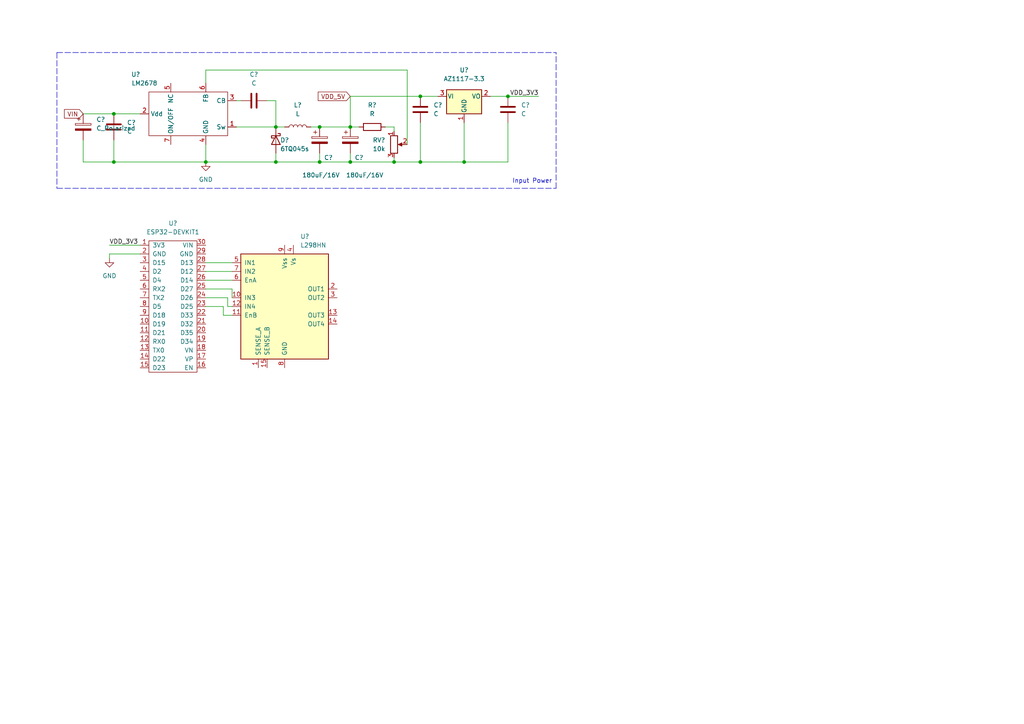
<source format=kicad_sch>
(kicad_sch (version 20211123) (generator eeschema)
  (paper "A4")
  (lib_symbols
    (symbol "CustomLib:ESP32-DEVKIT1" (pin_names (offset 1.016))
      (property "Reference" "U" (at 0 16.51 0))
      (property "Value" "ESP32-DEVKIT1" (at 1.27 -26.67 0))
      (symbol "ESP32-DEVKIT1_0_1"
        (rectangle (start -6.35 13.97) (end 7.62 -24.13))
      )
      (symbol "ESP32-DEVKIT1_1_1"
        (pin output line (at -8.89 12.7 0) (length 2.54) (name "3V3") (number "1"))
        (pin input line (at -8.89 -10.16 0) (length 2.54) (name "D19") (number "10"))
        (pin input line (at -8.89 -12.7 0) (length 2.54) (name "D21") (number "11"))
        (pin input line (at -8.89 -15.24 0) (length 2.54) (name "RX0") (number "12"))
        (pin input line (at -8.89 -17.78 0) (length 2.54) (name "TX0") (number "13"))
        (pin input line (at -8.89 -20.32 0) (length 2.54) (name "D22") (number "14"))
        (pin input line (at -8.89 -22.86 0) (length 2.54) (name "D23") (number "15"))
        (pin input line (at 10.16 -22.86 180) (length 2.54) (name "EN") (number "16"))
        (pin input line (at 10.16 -20.32 180) (length 2.54) (name "VP") (number "17"))
        (pin input line (at 10.16 -17.78 180) (length 2.54) (name "VN") (number "18"))
        (pin input line (at 10.16 -15.24 180) (length 2.54) (name "D34") (number "19"))
        (pin input line (at -8.89 10.16 0) (length 2.54) (name "GND") (number "2"))
        (pin input line (at 10.16 -12.7 180) (length 2.54) (name "D35") (number "20"))
        (pin input line (at 10.16 -10.16 180) (length 2.54) (name "D32") (number "21"))
        (pin input line (at 10.16 -7.62 180) (length 2.54) (name "D33") (number "22"))
        (pin input line (at 10.16 -5.08 180) (length 2.54) (name "D25") (number "23"))
        (pin input line (at 10.16 -2.54 180) (length 2.54) (name "D26") (number "24"))
        (pin input line (at 10.16 0 180) (length 2.54) (name "D27") (number "25"))
        (pin input line (at 10.16 2.54 180) (length 2.54) (name "D14") (number "26"))
        (pin input line (at 10.16 5.08 180) (length 2.54) (name "D12") (number "27"))
        (pin input line (at 10.16 7.62 180) (length 2.54) (name "D13") (number "28"))
        (pin input line (at 10.16 10.16 180) (length 2.54) (name "GND") (number "29"))
        (pin input line (at -8.89 7.62 0) (length 2.54) (name "D15") (number "3"))
        (pin input line (at 10.16 12.7 180) (length 2.54) (name "VIN") (number "30"))
        (pin input line (at -8.89 5.08 0) (length 2.54) (name "D2") (number "4"))
        (pin input line (at -8.89 2.54 0) (length 2.54) (name "D4") (number "5"))
        (pin input line (at -8.89 0 0) (length 2.54) (name "RX2") (number "6"))
        (pin input line (at -8.89 -2.54 0) (length 2.54) (name "TX2") (number "7"))
        (pin input line (at -8.89 -5.08 0) (length 2.54) (name "D5") (number "8"))
        (pin input line (at -8.89 -7.62 0) (length 2.54) (name "D18") (number "9"))
      )
    )
    (symbol "Device:C" (pin_numbers hide) (pin_names (offset 0.254))
      (property "Reference" "C" (at 0.635 2.54 0))
      (property "Value" "C" (at 0.635 -2.54 0))
      (symbol "C_0_1"
        (polyline (pts (xy -2.032 -0.762) (xy 2.032 -0.762)) (stroke (width 0.508)))
        (polyline (pts (xy -2.032 0.762) (xy 2.032 0.762)) (stroke (width 0.508)))
      )
      (symbol "C_1_1"
        (pin passive line (at 0 3.81 270) (length 2.794) (name "~") (number "1"))
        (pin passive line (at 0 -3.81 90) (length 2.794) (name "~") (number "2"))
      )
    )
    (symbol "Device:C_Polarized" (pin_numbers hide) (pin_names (offset 0.254))
      (property "Reference" "C" (at 0.635 2.54 0))
      (property "Value" "C_Polarized" (at 0.635 -2.54 0))
      (symbol "C_Polarized_0_1"
        (rectangle (start -2.286 0.508) (end 2.286 1.016))
        (polyline (pts (xy -1.778 2.286) (xy -0.762 2.286)))
        (polyline (pts (xy -1.27 2.794) (xy -1.27 1.778)))
        (rectangle (start 2.286 -0.508) (end -2.286 -1.016) (fill (type outline)))
      )
      (symbol "C_Polarized_1_1"
        (pin passive line (at 0 3.81 270) (length 2.794) (name "~") (number "1"))
        (pin passive line (at 0 -3.81 90) (length 2.794) (name "~") (number "2"))
      )
    )
    (symbol "Device:D_Schottky" (pin_numbers hide) (pin_names (offset 1.016) hide)
      (property "Reference" "D" (at 0 2.54 0))
      (property "Value" "D_Schottky" (at 0 -2.54 0))
      (symbol "D_Schottky_0_1"
        (polyline (pts (xy 1.27 0) (xy -1.27 0)))
        (polyline (pts (xy 1.27 1.27) (xy 1.27 -1.27) (xy -1.27 0) (xy 1.27 1.27)) (stroke (width 0.254)))
        (polyline (pts (xy -1.905 0.635) (xy -1.905 1.27) (xy -1.27 1.27) (xy -1.27 -1.27) (xy -0.635 -1.27) (xy -0.635 -0.635)) (stroke (width 0.254)))
      )
      (symbol "D_Schottky_1_1"
        (pin passive line (at -3.81 0 0) (length 2.54) (name "K") (number "1"))
        (pin passive line (at 3.81 0 180) (length 2.54) (name "A") (number "2"))
      )
    )
    (symbol "Device:L" (pin_numbers hide) (pin_names (offset 1.016) hide)
      (property "Reference" "L" (at -1.27 0 90))
      (property "Value" "L" (at 1.905 0 90))
      (symbol "L_0_1"
        (arc (start 0 -2.54) (mid 0.635 -1.905) (end 0 -1.27))
        (arc (start 0 -1.27) (mid 0.635 -0.635) (end 0 0))
        (arc (start 0 0) (mid 0.635 0.635) (end 0 1.27))
        (arc (start 0 1.27) (mid 0.635 1.905) (end 0 2.54))
      )
      (symbol "L_1_1"
        (pin passive line (at 0 3.81 270) (length 1.27) (name "1") (number "1"))
        (pin passive line (at 0 -3.81 90) (length 1.27) (name "2") (number "2"))
      )
    )
    (symbol "Device:R" (pin_numbers hide) (pin_names (offset 0))
      (property "Reference" "R" (at 2.032 0 90))
      (property "Value" "R" (at 0 0 90))
      (symbol "R_0_1"
        (rectangle (start -1.016 -2.54) (end 1.016 2.54) (stroke (width 0.254)))
      )
      (symbol "R_1_1"
        (pin passive line (at 0 3.81 270) (length 1.27) (name "~") (number "1"))
        (pin passive line (at 0 -3.81 90) (length 1.27) (name "~") (number "2"))
      )
    )
    (symbol "Device:R_Potentiometer" (pin_names (offset 1.016) hide)
      (property "Reference" "RV" (at -4.445 0 90))
      (property "Value" "R_Potentiometer" (at -2.54 0 90))
      (symbol "R_Potentiometer_0_1"
        (polyline (pts (xy 2.54 0) (xy 1.524 0)))
        (polyline (pts (xy 1.143 0) (xy 2.286 0.508) (xy 2.286 -0.508) (xy 1.143 0)) (fill (type outline)))
        (rectangle (start 1.016 2.54) (end -1.016 -2.54) (stroke (width 0.254)))
      )
      (symbol "R_Potentiometer_1_1"
        (pin passive line (at 0 3.81 270) (length 1.27) (name "1") (number "1"))
        (pin passive line (at 3.81 0 180) (length 1.27) (name "2") (number "2"))
        (pin passive line (at 0 -3.81 90) (length 1.27) (name "3") (number "3"))
      )
    )
    (symbol "Driver_Motor:L298HN" (pin_names (offset 1.016))
      (property "Reference" "U" (at -10.16 16.51 0))
      (property "Value" "L298HN" (at 12.7 16.51 0))
      (symbol "L298HN_0_1"
        (rectangle (start -12.7 15.24) (end 12.7 -15.24) (stroke (width 0.254)) (fill (type background)))
      )
      (symbol "L298HN_1_1"
        (pin power_in line (at -7.62 -17.78 90) (length 2.54) (name "SENSE_A") (number "1"))
        (pin input line (at -15.24 2.54 0) (length 2.54) (name "IN3") (number "10"))
        (pin input line (at -15.24 -2.54 0) (length 2.54) (name "EnB") (number "11"))
        (pin input line (at -15.24 0 0) (length 2.54) (name "IN4") (number "12"))
        (pin output line (at 15.24 -2.54 180) (length 2.54) (name "OUT3") (number "13"))
        (pin output line (at 15.24 -5.08 180) (length 2.54) (name "OUT4") (number "14"))
        (pin power_in line (at -5.08 -17.78 90) (length 2.54) (name "SENSE_B") (number "15"))
        (pin output line (at 15.24 5.08 180) (length 2.54) (name "OUT1") (number "2"))
        (pin output line (at 15.24 2.54 180) (length 2.54) (name "OUT2") (number "3"))
        (pin power_in line (at 2.54 17.78 270) (length 2.54) (name "Vs") (number "4"))
        (pin input line (at -15.24 12.7 0) (length 2.54) (name "IN1") (number "5"))
        (pin input line (at -15.24 7.62 0) (length 2.54) (name "EnA") (number "6"))
        (pin input line (at -15.24 10.16 0) (length 2.54) (name "IN2") (number "7"))
        (pin power_in line (at 0 -17.78 90) (length 2.54) (name "GND") (number "8"))
        (pin power_in line (at 0 17.78 270) (length 2.54) (name "Vss") (number "9"))
      )
    )
    (symbol "Lib:LM2678"
      (property "Reference" "U" (at 9.525 -7.62 0))
      (property "Value" "LM2678" (at 0 0 0))
      (symbol "LM2678_0_1"
        (rectangle (start -11.43 6.35) (end 11.43 -6.35))
      )
      (symbol "LM2678_1_1"
        (pin output line (at 13.97 -3.81 180) (length 2.54) (name "Sw") (number "1"))
        (pin input line (at -13.97 0 0) (length 2.54) (name "Vdd") (number "2"))
        (pin input line (at 13.97 3.81 180) (length 2.54) (name "CB") (number "3"))
        (pin input line (at 5.08 -8.89 90) (length 2.54) (name "GND") (number "4"))
        (pin input line (at -5.08 8.89 270) (length 2.54) (name "NC") (number "5"))
        (pin input line (at 5.08 8.89 270) (length 2.54) (name "FB") (number "6"))
        (pin input line (at -5.08 -8.89 90) (length 2.54) (name "ON/OFF") (number "7"))
      )
    )
    (symbol "Regulator_Linear:AZ1117-3.3" (pin_names (offset 0.254))
      (property "Reference" "U" (at -3.81 3.175 0))
      (property "Value" "AZ1117-3.3" (at 0 3.175 0))
      (symbol "AZ1117-3.3_0_1"
        (rectangle (start -5.08 1.905) (end 5.08 -5.08) (stroke (width 0.254)) (fill (type background)))
      )
      (symbol "AZ1117-3.3_1_1"
        (pin power_in line (at 0 -7.62 90) (length 2.54) (name "GND") (number "1"))
        (pin power_out line (at 7.62 0 180) (length 2.54) (name "VO") (number "2"))
        (pin power_in line (at -7.62 0 0) (length 2.54) (name "VI") (number "3"))
      )
    )
    (symbol "power:GND" (power) (pin_names (offset 0))
      (property "Value" "GND" (at 0 -3.81 0))
      (symbol "GND_0_1"
        (polyline (pts (xy 0 0) (xy 0 -1.27) (xy 1.27 -1.27) (xy 0 -2.54) (xy -1.27 -1.27) (xy 0 -1.27)))
      )
      (symbol "GND_1_1"
        (pin power_in line (at 0 0 270) (length 0) hide (name "GND") (number "1"))
      )
    )
  )
  (junction (at 121.92 46.99))
  (junction (at 92.71 36.83))
  (junction (at 80.01 46.99))
  (junction (at 114.3 46.99))
  (junction (at 92.71 46.99))
  (junction (at 147.32 27.94))
  (junction (at 134.62 46.99))
  (junction (at 59.69 46.99))
  (junction (at 33.02 46.99))
  (junction (at 33.02 33.02))
  (junction (at 80.01 36.83))
  (junction (at 121.92 27.94))
  (junction (at 101.6 46.99))
  (junction (at 101.6 36.83))
  (wire (pts (xy 33.02 46.99) (xy 59.69 46.99)))
  (wire (pts (xy 59.69 83.82) (xy 67.31 83.82)))
  (wire (pts (xy 66.04 88.9) (xy 67.31 88.9)))
  (wire (pts (xy 134.62 46.99) (xy 147.32 46.99)))
  (wire (pts (xy 121.92 46.99) (xy 134.62 46.99)))
  (wire (pts (xy 147.32 27.94) (xy 156.21 27.94)))
  (wire (pts (xy 114.3 36.83) (xy 114.3 38.1)))
  (wire (pts (xy 59.69 81.28) (xy 67.31 81.28)))
  (wire (pts (xy 77.47 29.21) (xy 80.01 29.21)))
  (wire (pts (xy 121.92 35.56) (xy 121.92 46.99)))
  (wire (pts (xy 101.6 46.99) (xy 101.6 44.45)))
  (wire (pts (xy 68.58 29.21) (xy 69.85 29.21)))
  (wire (pts (xy 92.71 46.99) (xy 101.6 46.99)))
  (wire (pts (xy 40.64 73.66) (xy 31.75 73.66)))
  (wire (pts (xy 59.69 24.13) (xy 59.69 20.32)))
  (wire (pts (xy 114.3 46.99) (xy 114.3 45.72)))
  (wire (pts (xy 134.62 35.56) (xy 134.62 46.99)))
  (wire (pts (xy 66.04 86.36) (xy 66.04 88.9)))
  (wire (pts (xy 64.77 88.9) (xy 64.77 91.44)))
  (wire (pts (xy 59.69 20.32) (xy 118.11 20.32)))
  (wire (pts (xy 90.17 36.83) (xy 92.71 36.83)))
  (wire (pts (xy 67.31 83.82) (xy 67.31 86.36)))
  (wire (pts (xy 80.01 36.83) (xy 82.55 36.83)))
  (wire (pts (xy 80.01 29.21) (xy 80.01 36.83)))
  (wire (pts (xy 64.77 91.44) (xy 67.31 91.44)))
  (wire (pts (xy 59.69 78.74) (xy 67.31 78.74)))
  (wire (pts (xy 33.02 33.02) (xy 40.64 33.02)))
  (wire (pts (xy 59.69 88.9) (xy 64.77 88.9)))
  (polyline (pts (xy 161.29 54.61) (xy 161.29 15.24)))
  (wire (pts (xy 24.13 46.99) (xy 33.02 46.99)))
  (wire (pts (xy 59.69 76.2) (xy 67.31 76.2)))
  (polyline (pts (xy 16.51 54.61) (xy 161.29 54.61)))
  (wire (pts (xy 68.58 36.83) (xy 80.01 36.83)))
  (wire (pts (xy 101.6 46.99) (xy 114.3 46.99)))
  (wire (pts (xy 92.71 44.45) (xy 92.71 46.99)))
  (wire (pts (xy 147.32 46.99) (xy 147.32 35.56)))
  (wire (pts (xy 33.02 40.64) (xy 33.02 46.99)))
  (wire (pts (xy 92.71 36.83) (xy 101.6 36.83)))
  (wire (pts (xy 31.75 73.66) (xy 31.75 74.93)))
  (wire (pts (xy 118.11 20.32) (xy 118.11 41.91)))
  (polyline (pts (xy 16.51 15.24) (xy 161.29 15.24)))
  (wire (pts (xy 142.24 27.94) (xy 147.32 27.94)))
  (wire (pts (xy 80.01 44.45) (xy 80.01 46.99)))
  (wire (pts (xy 59.69 41.91) (xy 59.69 46.99)))
  (wire (pts (xy 121.92 27.94) (xy 127 27.94)))
  (wire (pts (xy 101.6 36.83) (xy 101.6 27.94)))
  (wire (pts (xy 59.69 46.99) (xy 80.01 46.99)))
  (wire (pts (xy 114.3 46.99) (xy 121.92 46.99)))
  (wire (pts (xy 111.76 36.83) (xy 114.3 36.83)))
  (polyline (pts (xy 16.51 15.24) (xy 16.51 54.61)))
  (wire (pts (xy 31.75 71.12) (xy 40.64 71.12)))
  (wire (pts (xy 101.6 36.83) (xy 104.14 36.83)))
  (wire (pts (xy 101.6 27.94) (xy 121.92 27.94)))
  (wire (pts (xy 80.01 46.99) (xy 92.71 46.99)))
  (wire (pts (xy 24.13 33.02) (xy 33.02 33.02)))
  (wire (pts (xy 24.13 40.64) (xy 24.13 46.99)))
  (wire (pts (xy 59.69 86.36) (xy 66.04 86.36)))
  (text "Input Power" (at 148.59 53.34 0) (effects (font (size 1.27 1.27)) (justify left bottom)))
  (label "VDD_3V3" (at 156.21 27.94 180))
  (label "VDD_3V3" (at 31.75 71.12 0))
  (global_label "VDD_5V" (shape input) (at 101.6 27.94 180) (property "Intersheet References" "${INTERSHEET_REFS}" (effects hide)))
  (global_label "VIN" (shape input) (at 24.13 33.02 180) (property "Intersheet References" "${INTERSHEET_REFS}" (effects hide)))
  (symbol (lib_id "Regulator_Linear:AZ1117-3.3") (at 134.62 27.94 0) (unit 1)
    (property "Reference" "U?" (at 134.62 20.32 0))
    (property "Value" "AZ1117-3.3" (at 134.62 22.86 0))
    (property "Datasheet" "https://www.diodes.com/assets/Datasheets/AZ1117.pdf" (effects hide))
  )
  (symbol (lib_id "Lib:LM2678") (at 54.61 33.02 0) (unit 1)
    (property "Reference" "U?" (at 39.37 21.59 0))
    (property "Value" "LM2678" (at 41.91 24.13 0))
  )
  (symbol (lib_id "Device:C") (at 147.32 31.75 0) (unit 1)
    (property "Reference" "C?" (at 151.13 30.4799 0) (effects (justify left)))
    (property "Value" "C" (at 151.13 33.0199 0) (effects (justify left)))
  )
  (symbol (lib_id "Device:L") (at 86.36 36.83 90) (unit 1)
    (property "Reference" "L?" (at 86.36 30.48 90))
    (property "Value" "L" (at 86.36 33.02 90))
  )
  (symbol (lib_id "CustomLib:ESP32-DEVKIT1") (at 49.53 83.82 0) (unit 1)
    (property "Reference" "U?" (at 50.165 64.77 0))
    (property "Value" "ESP32-DEVKIT1" (at 50.165 67.31 0))
  )
  (symbol (lib_id "Device:C") (at 33.02 36.83 0) (unit 1)
    (property "Reference" "C?" (at 36.83 35.5599 0) (effects (justify left)))
    (property "Value" "C" (at 36.83 38.0999 0) (effects (justify left)))
  )
  (symbol (lib_id "Device:R_Potentiometer") (at 114.3 41.91 0) (unit 1)
    (property "Reference" "RV?" (at 111.76 40.6399 0) (effects (justify right)))
    (property "Value" "10k" (at 111.76 43.1799 0) (effects (justify right)))
  )
  (symbol (lib_id "Driver_Motor:L298HN") (at 82.55 88.9 0) (unit 1)
    (property "Reference" "U?" (at 87.1094 68.58 0) (effects (justify left)))
    (property "Value" "L298HN" (at 87.1094 71.12 0) (effects (justify left)))
    (property "Footprint" "Package_TO_SOT_THT:TO-220-15_P2.54x2.54mm_StaggerOdd_Lead4.58mm_Vertical" (effects hide))
    (property "Datasheet" "http://www.st.com/st-web-ui/static/active/en/resource/technical/document/datasheet/CD00000240.pdf" (effects hide))
  )
  (symbol (lib_id "Device:R") (at 107.95 36.83 90) (unit 1)
    (property "Reference" "R?" (at 107.95 30.48 90))
    (property "Value" "R" (at 107.95 33.02 90))
  )
  (symbol (lib_id "Device:D_Schottky") (at 80.01 40.64 270) (unit 1)
    (property "Reference" "D?" (at 81.28 40.64 90) (effects (justify left)))
    (property "Value" "6TQ045s" (at 81.28 43.18 90) (effects (justify left)))
  )
  (symbol (lib_id "Device:C_Polarized") (at 92.71 40.64 0) (unit 1)
    (property "Reference" "C?" (at 93.98 45.72 0) (effects (justify left)))
    (property "Value" "180uF/16V" (at 87.63 50.8 0) (effects (justify left)))
  )
  (symbol (lib_id "power:GND") (at 59.69 46.99 0) (unit 1)
    (property "Reference" "#PWR?" (effects hide))
    (property "Value" "GND" (at 59.69 52.07 0))
  )
  (symbol (lib_id "Device:C") (at 73.66 29.21 90) (unit 1)
    (property "Reference" "C?" (at 73.66 21.59 90))
    (property "Value" "C" (at 73.66 24.13 90))
  )
  (symbol (lib_id "power:GND") (at 31.75 74.93 0) (unit 1)
    (property "Reference" "#PWR?" (effects hide))
    (property "Value" "GND" (at 31.75 80.01 0))
  )
  (symbol (lib_id "Device:C") (at 121.92 31.75 0) (unit 1)
    (property "Reference" "C?" (at 125.73 30.4799 0) (effects (justify left)))
    (property "Value" "C" (at 125.73 33.0199 0) (effects (justify left)))
  )
  (symbol (lib_id "Device:C_Polarized") (at 101.6 40.64 0) (unit 1)
    (property "Reference" "C?" (at 102.87 45.72 0) (effects (justify left)))
    (property "Value" "180uF/16V" (at 100.33 50.8 0) (effects (justify left)))
  )
  (symbol (lib_id "Device:C_Polarized") (at 24.13 36.83 0) (unit 1)
    (property "Reference" "C?" (at 27.94 34.6709 0) (effects (justify left)))
    (property "Value" "C_Polarized" (at 27.94 37.2109 0) (effects (justify left)))
  )
)
</source>
